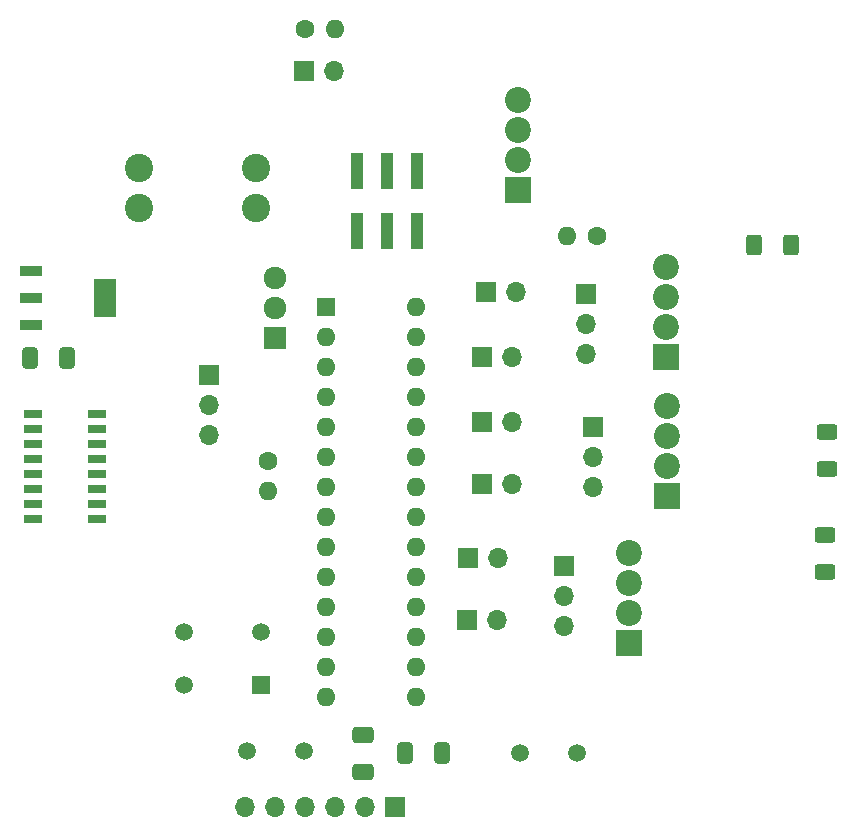
<source format=gbr>
%TF.GenerationSoftware,KiCad,Pcbnew,8.0.1-rc1*%
%TF.CreationDate,2024-05-25T10:36:43-07:00*%
%TF.ProjectId,AMS - CANBus Sensor - Temperature,414d5320-2d20-4434-914e-427573205365,rev?*%
%TF.SameCoordinates,Original*%
%TF.FileFunction,Soldermask,Top*%
%TF.FilePolarity,Negative*%
%FSLAX46Y46*%
G04 Gerber Fmt 4.6, Leading zero omitted, Abs format (unit mm)*
G04 Created by KiCad (PCBNEW 8.0.1-rc1) date 2024-05-25 10:36:43*
%MOMM*%
%LPD*%
G01*
G04 APERTURE LIST*
G04 Aperture macros list*
%AMRoundRect*
0 Rectangle with rounded corners*
0 $1 Rounding radius*
0 $2 $3 $4 $5 $6 $7 $8 $9 X,Y pos of 4 corners*
0 Add a 4 corners polygon primitive as box body*
4,1,4,$2,$3,$4,$5,$6,$7,$8,$9,$2,$3,0*
0 Add four circle primitives for the rounded corners*
1,1,$1+$1,$2,$3*
1,1,$1+$1,$4,$5*
1,1,$1+$1,$6,$7*
1,1,$1+$1,$8,$9*
0 Add four rect primitives between the rounded corners*
20,1,$1+$1,$2,$3,$4,$5,0*
20,1,$1+$1,$4,$5,$6,$7,0*
20,1,$1+$1,$6,$7,$8,$9,0*
20,1,$1+$1,$8,$9,$2,$3,0*%
G04 Aperture macros list end*
%ADD10RoundRect,0.250000X0.412500X0.650000X-0.412500X0.650000X-0.412500X-0.650000X0.412500X-0.650000X0*%
%ADD11R,1.700000X1.700000*%
%ADD12O,1.700000X1.700000*%
%ADD13RoundRect,0.250000X-0.650000X0.412500X-0.650000X-0.412500X0.650000X-0.412500X0.650000X0.412500X0*%
%ADD14RoundRect,0.250000X-0.625000X0.400000X-0.625000X-0.400000X0.625000X-0.400000X0.625000X0.400000X0*%
%ADD15C,1.600000*%
%ADD16O,1.600000X1.600000*%
%ADD17R,2.200000X2.200000*%
%ADD18C,2.200000*%
%ADD19R,1.525000X0.650000*%
%ADD20C,2.400000*%
%ADD21R,1.000000X3.150000*%
%ADD22R,1.600000X1.600000*%
%ADD23R,1.920000X1.920000*%
%ADD24C,1.920000*%
%ADD25RoundRect,0.250000X-0.400000X-0.625000X0.400000X-0.625000X0.400000X0.625000X-0.400000X0.625000X0*%
%ADD26C,1.500000*%
%ADD27R,1.500000X1.500000*%
%ADD28R,1.850000X0.900000*%
%ADD29R,1.850000X3.200000*%
G04 APERTURE END LIST*
D10*
%TO.C,C17*%
X118974700Y-86057600D03*
X115849700Y-86057600D03*
%TD*%
D11*
%TO.C,J2*%
X154427100Y-80520700D03*
D12*
X156967100Y-80520700D03*
%TD*%
D13*
%TO.C,C3*%
X144005700Y-118034500D03*
X144005700Y-121159500D03*
%TD*%
D11*
%TO.C,J10*%
X154147400Y-96704500D03*
D12*
X156687400Y-96704500D03*
%TD*%
D14*
%TO.C,R10*%
X183193977Y-101059766D03*
X183193977Y-104159766D03*
%TD*%
D15*
%TO.C,R7*%
X139116100Y-58260700D03*
D16*
X141656100Y-58260700D03*
%TD*%
D17*
%TO.C,J1*%
X157148000Y-71872800D03*
D18*
X157148000Y-69332800D03*
X157148000Y-66792800D03*
X157148000Y-64252800D03*
%TD*%
D15*
%TO.C,NTC1*%
X135965600Y-94809500D03*
D16*
X135965600Y-97349500D03*
%TD*%
D11*
%TO.C,J3*%
X146767300Y-124094700D03*
D12*
X144227300Y-124094700D03*
X141687300Y-124094700D03*
X139147300Y-124094700D03*
X136607300Y-124094700D03*
X134067300Y-124094700D03*
%TD*%
D17*
%TO.C,J15*%
X169777600Y-97738800D03*
D18*
X169777600Y-95198800D03*
X169777600Y-92658800D03*
X169777600Y-90118800D03*
%TD*%
D14*
%TO.C,R9*%
X183359918Y-92343572D03*
X183359918Y-95443572D03*
%TD*%
D11*
%TO.C,J7*%
X154091800Y-85981100D03*
D12*
X156631800Y-85981100D03*
%TD*%
D19*
%TO.C,IC4*%
X116067100Y-90853000D03*
X116067100Y-92123000D03*
X116067100Y-93393000D03*
X116067100Y-94663000D03*
X116067100Y-95933000D03*
X116067100Y-97203000D03*
X116067100Y-98473000D03*
X116067100Y-99743000D03*
X121491100Y-99743000D03*
X121491100Y-98473000D03*
X121491100Y-97203000D03*
X121491100Y-95933000D03*
X121491100Y-94663000D03*
X121491100Y-93393000D03*
X121491100Y-92123000D03*
X121491100Y-90853000D03*
%TD*%
D20*
%TO.C,U5*%
X134999500Y-70018000D03*
X134999500Y-73418000D03*
X125079500Y-70018000D03*
X125079500Y-73418000D03*
%TD*%
D11*
%TO.C,J8*%
X154099500Y-91526100D03*
D12*
X156639500Y-91526100D03*
%TD*%
D15*
%TO.C,R6*%
X163881700Y-75743400D03*
D16*
X161341700Y-75743400D03*
%TD*%
D17*
%TO.C,J14*%
X169740800Y-86017900D03*
D18*
X169740800Y-83477900D03*
X169740800Y-80937900D03*
X169740800Y-78397900D03*
%TD*%
D17*
%TO.C,J16*%
X166572100Y-110206600D03*
D18*
X166572100Y-107666600D03*
X166572100Y-105126600D03*
X166572100Y-102586600D03*
%TD*%
D11*
%TO.C,Powerboard1*%
X130976300Y-87552600D03*
D12*
X130976300Y-90092600D03*
X130976300Y-92632600D03*
%TD*%
D21*
%TO.C,J4*%
X148585100Y-70282000D03*
X148585100Y-75332000D03*
X146045100Y-70282000D03*
X146045100Y-75332000D03*
X143505100Y-70282000D03*
X143505100Y-75332000D03*
%TD*%
D11*
%TO.C,J9*%
X163522200Y-91904000D03*
D12*
X163522200Y-94444000D03*
X163522200Y-96984000D03*
%TD*%
D22*
%TO.C,U2*%
X140929500Y-81761800D03*
D16*
X140929500Y-84301800D03*
X140929500Y-86841800D03*
X140929500Y-89381800D03*
X140929500Y-91921800D03*
X140929500Y-94461800D03*
X140929500Y-97001800D03*
X140929500Y-99541800D03*
X140929500Y-102081800D03*
X140929500Y-104621800D03*
X140929500Y-107161800D03*
X140929500Y-109701800D03*
X140929500Y-112241800D03*
X140929500Y-114781800D03*
X148549500Y-114781800D03*
X148549500Y-112241800D03*
X148549500Y-109701800D03*
X148549500Y-107161800D03*
X148549500Y-104621800D03*
X148549500Y-102081800D03*
X148549500Y-99541800D03*
X148549500Y-97001800D03*
X148549500Y-94461800D03*
X148549500Y-91921800D03*
X148549500Y-89381800D03*
X148549500Y-86841800D03*
X148549500Y-84301800D03*
X148549500Y-81761800D03*
%TD*%
D11*
%TO.C,J5*%
X139049600Y-61738500D03*
D12*
X141589600Y-61738500D03*
%TD*%
D23*
%TO.C,Q1*%
X136586000Y-84423600D03*
D24*
X136586000Y-81883600D03*
X136586000Y-79343600D03*
%TD*%
D25*
%TO.C,R8*%
X177169968Y-76516523D03*
X180269968Y-76516523D03*
%TD*%
D26*
%TO.C,Y2*%
X157308300Y-119543000D03*
X162188300Y-119543000D03*
%TD*%
D27*
%TO.C,Reset1*%
X135385300Y-113752500D03*
D26*
X128885300Y-113752500D03*
X135385300Y-109252500D03*
X128885300Y-109252500D03*
%TD*%
D11*
%TO.C,J6*%
X162905100Y-80664400D03*
D12*
X162905100Y-83204400D03*
X162905100Y-85744400D03*
%TD*%
D28*
%TO.C,IC5*%
X115966900Y-78723300D03*
X115966900Y-81023300D03*
X115966900Y-83323300D03*
D29*
X122166900Y-81023300D03*
%TD*%
D10*
%TO.C,C5*%
X150719400Y-119543000D03*
X147594400Y-119543000D03*
%TD*%
D26*
%TO.C,Y1*%
X134207200Y-119354100D03*
X139087200Y-119354100D03*
%TD*%
D11*
%TO.C,J12*%
X161047400Y-103693100D03*
D12*
X161047400Y-106233100D03*
X161047400Y-108773100D03*
%TD*%
D11*
%TO.C,J11*%
X152867400Y-108259400D03*
D12*
X155407400Y-108259400D03*
%TD*%
D11*
%TO.C,J13*%
X152903300Y-102979900D03*
D12*
X155443300Y-102979900D03*
%TD*%
M02*

</source>
